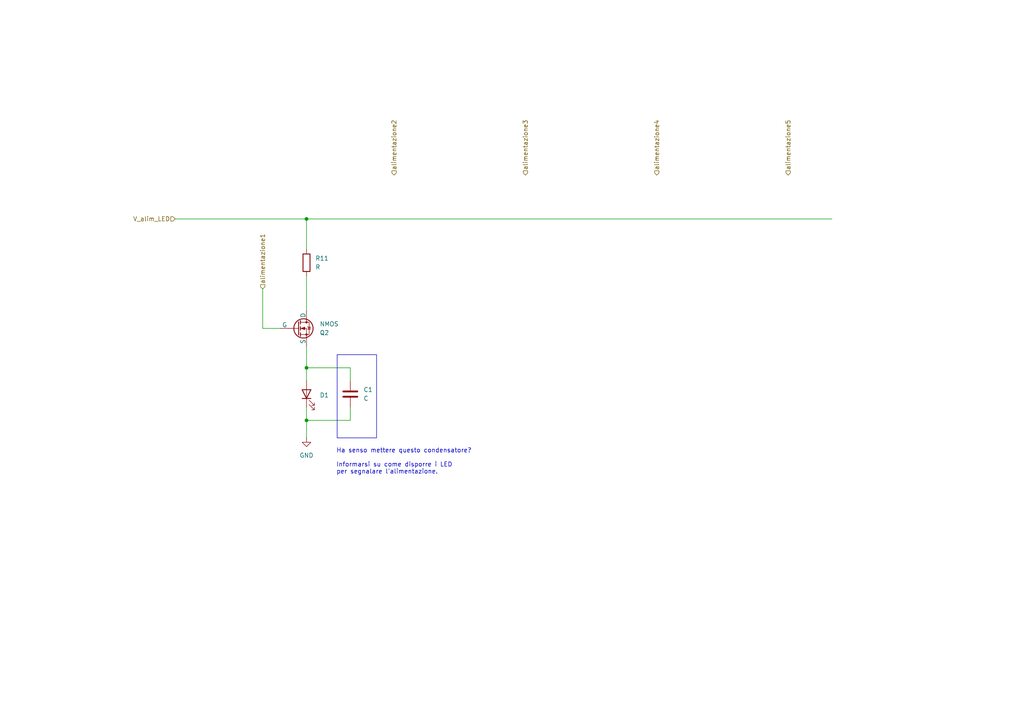
<source format=kicad_sch>
(kicad_sch (version 20250114) (generator "eeschema") (generator_version "9.0")
  (paper "A4")
  (lib_symbols
    (symbol "Device:C" (pin_numbers (hide yes)) (pin_names (offset 0.254))
      (property "Reference" "C" (at 0.635 2.54 0))
      (property "Value" "C" (at 0.635 -2.54 0))
      (symbol "C_0_1"
        (polyline (pts (xy -2.032 0.762) (xy 2.032 0.762)) (stroke (width 0.508)))
        (polyline (pts (xy -2.032 -0.762) (xy 2.032 -0.762)) (stroke (width 0.508)))
      )
      (symbol "C_1_1"
        (pin passive line (at 0 3.81 270) (length 2.794) (name "~") (number "1"))
        (pin passive line (at 0 -3.81 90) (length 2.794) (name "~") (number "2"))
      )
    )
    (symbol "Device:LED" (pin_numbers (hide yes)) (pin_names (offset 1.016) (hide yes))
      (property "Reference" "D" (at 0 2.54 0))
      (property "Value" "LED" (at 0 -2.54 0))
      (symbol "LED_0_1"
        (polyline (pts (xy -3.048 -0.762) (xy -4.572 -2.286) (xy -3.81 -2.286) (xy -4.572 -2.286) (xy -4.572 -1.524)))
        (polyline (pts (xy -1.778 -0.762) (xy -3.302 -2.286) (xy -2.54 -2.286) (xy -3.302 -2.286) (xy -3.302 -1.524)))
        (polyline (pts (xy -1.27 0) (xy 1.27 0)))
        (polyline (pts (xy -1.27 -1.27) (xy -1.27 1.27)) (stroke (width 0.254)))
        (polyline (pts (xy 1.27 -1.27) (xy 1.27 1.27) (xy -1.27 0) (xy 1.27 -1.27)) (stroke (width 0.254)))
      )
      (symbol "LED_1_1"
        (pin passive line (at -3.81 0 0) (length 2.54) (name "K") (number "1"))
        (pin passive line (at 3.81 0 180) (length 2.54) (name "A") (number "2"))
      )
    )
    (symbol "Device:R" (pin_numbers (hide yes)) (pin_names (offset 0))
      (property "Reference" "R" (at 2.032 0 90))
      (property "Value" "R" (at 0 0 90))
      (symbol "R_0_1"
        (rectangle (start -1.016 -2.54) (end 1.016 2.54) (stroke (width 0.254)))
      )
      (symbol "R_1_1"
        (pin passive line (at 0 3.81 270) (length 1.27) (name "~") (number "1"))
        (pin passive line (at 0 -3.81 90) (length 1.27) (name "~") (number "2"))
      )
    )
    (symbol "Simulation_SPICE:NMOS" (pin_numbers (hide yes)) (pin_names (offset 0))
      (property "Reference" "Q" (at 5.08 1.27 0))
      (property "Value" "NMOS" (at 5.08 -1.27 0))
      (symbol "NMOS_0_1"
        (polyline (pts (xy 0.254 1.905) (xy 0.254 -1.905)) (stroke (width 0.254)))
        (polyline (pts (xy 0.254 0) (xy -2.54 0)))
        (polyline (pts (xy 0.762 2.286) (xy 0.762 1.27)) (stroke (width 0.254)))
        (polyline (pts (xy 0.762 0.508) (xy 0.762 -0.508)) (stroke (width 0.254)))
        (polyline (pts (xy 0.762 -1.27) (xy 0.762 -2.286)) (stroke (width 0.254)))
        (polyline (pts (xy 0.762 -1.778) (xy 3.302 -1.778) (xy 3.302 1.778) (xy 0.762 1.778)))
        (polyline (pts (xy 1.016 0) (xy 2.032 0.381) (xy 2.032 -0.381) (xy 1.016 0)) (fill (type outline)))
        (circle (center 1.651 0) (radius 2.794) (stroke (width 0.254)))
        (polyline (pts (xy 2.54 2.54) (xy 2.54 1.778)))
        (circle (center 2.54 1.778) (radius 0.254) (fill (type outline)))
        (circle (center 2.54 -1.778) (radius 0.254) (fill (type outline)))
        (polyline (pts (xy 2.54 -2.54) (xy 2.54 0) (xy 0.762 0)))
        (polyline (pts (xy 2.794 0.508) (xy 2.921 0.381) (xy 3.683 0.381) (xy 3.81 0.254)))
        (polyline (pts (xy 3.302 0.381) (xy 2.921 -0.254) (xy 3.683 -0.254) (xy 3.302 0.381)))
      )
      (symbol "NMOS_1_1"
        (pin input line (at -5.08 0 0) (length 2.54) (name "G") (number "2"))
        (pin passive line (at 2.54 5.08 270) (length 2.54) (name "D") (number "1"))
        (pin passive line (at 2.54 -5.08 90) (length 2.54) (name "S") (number "3"))
      )
    )
    (symbol "power:GND" (power) (pin_numbers (hide yes)) (pin_names (offset 0) (hide yes))
      (property "Value" "GND" (at 0 -3.81 0))
      (symbol "GND_0_1"
        (polyline (pts (xy 0 0) (xy 0 -1.27) (xy 1.27 -1.27) (xy 0 -2.54) (xy -1.27 -1.27) (xy 0 -1.27)))
      )
      (symbol "GND_1_1"
        (pin power_in line (at 0 0 270) (length 0) (name "~") (number "1"))
      )
    )
  )
  (rectangle (start 97.79 102.87) (end 109.22 127))
  (text "Ha senso mettere questo condensatore?\n\nInformarsi su come disporre i LED\nper segnalare l'alimentazione." (at 97.536 130.048 0) (effects (font (size 1.27 1.27)) (justify left top)))
  (junction (at 88.9 121.92))
  (junction (at 88.9 63.5))
  (junction (at 88.9 106.68))
  (wire (pts (xy 88.9 121.92) (xy 101.6 121.92)))
  (wire (pts (xy 88.9 106.68) (xy 101.6 106.68)))
  (wire (pts (xy 88.9 100.33) (xy 88.9 106.68)))
  (wire (pts (xy 88.9 121.92) (xy 88.9 127)))
  (wire (pts (xy 88.9 106.68) (xy 88.9 110.49)))
  (wire (pts (xy 101.6 118.11) (xy 101.6 121.92)))
  (wire (pts (xy 50.8 63.5) (xy 88.9 63.5)))
  (wire (pts (xy 88.9 63.5) (xy 88.9 72.39)))
  (wire (pts (xy 88.9 80.01) (xy 88.9 90.17)))
  (wire (pts (xy 88.9 63.5) (xy 241.3 63.5)))
  (wire (pts (xy 76.2 83.82) (xy 76.2 95.25)))
  (wire (pts (xy 88.9 118.11) (xy 88.9 121.92)))
  (wire (pts (xy 101.6 110.49) (xy 101.6 106.68)))
  (wire (pts (xy 81.28 95.25) (xy 76.2 95.25)))
  (hierarchical_label "alimentazione4" (shape input) (at 190.5 50.8 90))
  (hierarchical_label "alimentazione3" (shape input) (at 152.4 50.8 90))
  (hierarchical_label "alimentazione5" (shape input) (at 228.6 50.8 90))
  (hierarchical_label "alimentazione2" (shape input) (at 114.3 50.8 90))
  (hierarchical_label "alimentazione1" (shape input) (at 76.2 83.82 90))
  (hierarchical_label "V_alim_LED" (shape input) (at 50.8 63.5 180))
  (symbol (lib_id "Simulation_SPICE:NMOS") (at 86.36 95.25 0) (unit 1)
    (property "Reference" "Q2" (at 92.71 96.5201 0) (effects (justify left)))
    (property "Value" "NMOS" (at 92.71 93.9801 0) (effects (justify left)))
    (property "Datasheet" "https://ngspice.sourceforge.io/docs/ngspice-html-manual/manual.xhtml#cha_MOSFETs" (effects (hide yes)))
    (property "Description" "N-MOSFET transistor, drain/source/gate" (effects (hide yes)))
    (property "Sim.Device" "NMOS" (effects (hide yes)))
    (property "Sim.Type" "VDMOS" (effects (hide yes)))
    (property "Sim.Pins" "1=D 2=G 3=S" (effects (hide yes)))
  )
  (symbol (lib_id "Device:C") (at 101.6 114.3 0) (unit 1)
    (property "Reference" "C1" (at 105.41 113.0299 0) (effects (justify left)))
    (property "Value" "C" (at 105.41 115.5699 0) (effects (justify left)))
    (property "Description" "Unpolarized capacitor" (effects (hide yes)))
  )
  (symbol (lib_id "power:GND") (at 88.9 127 0) (unit 1)
    (property "Reference" "#PWR02" (effects (hide yes)))
    (property "Value" "GND" (at 88.9 132.08 0))
    (property "Description" "Power symbol creates a global label with name \"GND\" , ground" (effects (hide yes)))
  )
  (symbol (lib_id "Device:R") (at 88.9 76.2 0) (unit 1)
    (property "Reference" "R11" (at 91.44 74.9299 0) (effects (justify left)))
    (property "Value" "R" (at 91.44 77.4699 0) (effects (justify left)))
    (property "Description" "Resistor" (effects (hide yes)))
  )
  (symbol (lib_id "Device:LED") (at 88.9 114.3 90) (unit 1)
    (property "Reference" "D1" (at 92.71 114.6174 90) (effects (justify right)))
    (property "Value" "LED" (effects (hide yes)))
    (property "Description" "Light emitting diode" (effects (hide yes)))
    (property "Sim.Pins" "1=K 2=A" (effects (hide yes)))
  )
)
</source>
